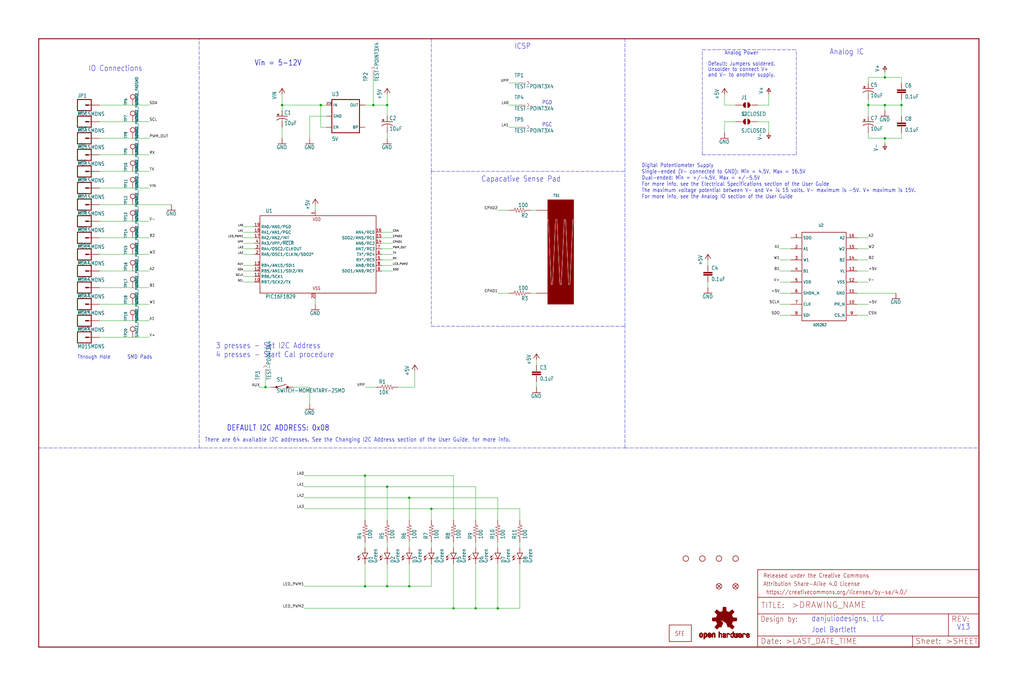
<source format=kicad_sch>
(kicad_sch (version 20211123) (generator eeschema)
  (paper "User" 470.306 317.906)
  (lib_symbols
    (symbol "eagleSchem-eagle-import:+5V" (power)
      (property "Value" "+5V" (at -2.54 -5.08 90))
      (symbol "+5V_1_0"
        (pin power_in line (at 0 -2.54 90) (length 2.54) (name "+5V") (number "1"))
      )
    )
    (symbol "eagleSchem-eagle-import:0.1UF-25V(+80{slash}-20%)(0603)"
      (property "Reference" "C" (at 1.524 2.921 0))
      (property "Value" "0.1UF-25V(+80{slash}-20%)(0603)" (at 1.524 -2.159 0))
      (symbol "0.1UF-25V(+80{slash}-20%)(0603)_1_0"
        (pin passive line (at 0 5.08 270) (length 2.54) (name "1") (number "1"))
        (pin passive line (at 0 -2.54 90) (length 2.54) (name "2") (number "2"))
      )
    )
    (symbol "eagleSchem-eagle-import:100OHM-1{slash}10W-1%(0603)"
      (property "Reference" "R" (at -3.81 1.4986 0))
      (property "Value" "100OHM-1{slash}10W-1%(0603)" (at -3.81 -3.302 0))
      (symbol "100OHM-1{slash}10W-1%(0603)_1_0"
        (pin passive line (at -5.08 0 0) (length 2.54) (name "1") (number "1"))
        (pin passive line (at 5.08 0 180) (length 2.54) (name "2") (number "2"))
      )
    )
    (symbol "eagleSchem-eagle-import:10KOHM-1{slash}10W-1%(0603)0603"
      (property "Reference" "R" (at -3.81 1.4986 0))
      (property "Value" "10KOHM-1{slash}10W-1%(0603)0603" (at -3.81 -3.302 0))
      (symbol "10KOHM-1{slash}10W-1%(0603)0603_1_0"
        (pin passive line (at -5.08 0 0) (length 2.54) (name "1") (number "1"))
        (pin passive line (at 5.08 0 180) (length 2.54) (name "2") (number "2"))
      )
    )
    (symbol "eagleSchem-eagle-import:10UF-16V-10%(TANT)"
      (property "Reference" "C" (at 1.016 0.635 0))
      (property "Value" "10UF-16V-10%(TANT)" (at 1.016 -4.191 0))
      (symbol "10UF-16V-10%(TANT)_1_0"
        (pin passive line (at 0 2.54 270) (length 2.54) (name "+") (number "A"))
        (pin passive line (at 0 -5.08 90) (length 2.54) (name "-") (number "C"))
      )
    )
    (symbol "eagleSchem-eagle-import:2CH_LINEAR_TOUCH"
      (property "Reference" "TS" (at 2.6 49.2 0))
      (symbol "2CH_LINEAR_TOUCH_1_0"
        (pin bidirectional line (at -5.08 5.08 0) (length 5.08) (name "P$1") (number "P$1"))
        (pin bidirectional line (at -5.08 43.18 0) (length 5.08) (name "P$2") (number "P$2"))
      )
    )
    (symbol "eagleSchem-eagle-import:AD5262"
      (property "Value" "AD5262" (at -5.08 -22.86 0))
      (symbol "AD5262_1_0"
        (pin output line (at -15.24 17.78 0) (length 5.08) (name "SDO") (number "1"))
        (pin input line (at 15.24 -12.7 180) (length 5.08) (name "PR_N") (number "10"))
        (pin power_in line (at 15.24 -7.62 180) (length 5.08) (name "GND") (number "11"))
        (pin power_in line (at 15.24 -2.54 180) (length 5.08) (name "VSS") (number "12"))
        (pin power_in line (at 15.24 2.54 180) (length 5.08) (name "VL") (number "13"))
        (pin passive line (at 15.24 7.62 180) (length 5.08) (name "B2") (number "14"))
        (pin passive line (at 15.24 12.7 180) (length 5.08) (name "W2") (number "15"))
        (pin passive line (at 15.24 17.78 180) (length 5.08) (name "A2") (number "16"))
        (pin passive line (at -15.24 12.7 0) (length 5.08) (name "A1") (number "2"))
        (pin passive line (at -15.24 7.62 0) (length 5.08) (name "W1") (number "3"))
        (pin passive line (at -15.24 2.54 0) (length 5.08) (name "B1") (number "4"))
        (pin power_in line (at -15.24 -2.54 0) (length 5.08) (name "VDD") (number "5"))
        (pin input line (at -15.24 -7.62 0) (length 5.08) (name "SHDN_N") (number "6"))
        (pin input line (at -15.24 -12.7 0) (length 5.08) (name "CLK") (number "7"))
        (pin input line (at -15.24 -17.78 0) (length 5.08) (name "SDI") (number "8"))
        (pin input line (at 15.24 -17.78 180) (length 5.08) (name "CS_N") (number "9"))
      )
    )
    (symbol "eagleSchem-eagle-import:FIDUCIAL1X2")
    (symbol "eagleSchem-eagle-import:FRAME-LEDGER"
      (symbol "FRAME-LEDGER_2_0"
        (text " https://creativecommons.org/licenses/by-sa/4.0/" (at 2.54 24.13 0) (effects (font (size 1.9304 1.6408)) (justify left bottom)))
        (text ">DRAWING_NAME" (at 15.494 17.78 0) (effects (font (size 2.7432 2.7432)) (justify left bottom)))
        (text ">LAST_DATE_TIME" (at 12.7 1.27 0) (effects (font (size 2.54 2.54)) (justify left bottom)))
        (text ">SHEET" (at 86.36 1.27 0) (effects (font (size 2.54 2.54)) (justify left bottom)))
        (text "Attribution Share-Alike 4.0 License" (at 2.54 27.94 0) (effects (font (size 1.9304 1.6408)) (justify left bottom)))
        (text "Date:" (at 1.27 1.27 0) (effects (font (size 2.54 2.54)) (justify left bottom)))
        (text "Design by:" (at 1.27 11.43 0) (effects (font (size 2.54 2.159)) (justify left bottom)))
        (text "Released under the Creative Commons" (at 2.54 31.75 0) (effects (font (size 1.9304 1.6408)) (justify left bottom)))
        (text "REV:" (at 88.9 11.43 0) (effects (font (size 2.54 2.54)) (justify left bottom)))
        (text "Sheet:" (at 72.39 1.27 0) (effects (font (size 2.54 2.54)) (justify left bottom)))
        (text "TITLE:" (at 1.524 17.78 0) (effects (font (size 2.54 2.54)) (justify left bottom)))
      )
    )
    (symbol "eagleSchem-eagle-import:GND" (power)
      (property "Value" "GND" (at -2.54 -2.54 0))
      (symbol "GND_1_0"
        (pin power_in line (at 0 2.54 270) (length 2.54) (name "GND") (number "1"))
      )
    )
    (symbol "eagleSchem-eagle-import:LED-GREEN1206-BOTTOM"
      (property "Reference" "D" (at 3.556 -4.572 90))
      (property "Value" "LED-GREEN1206-BOTTOM" (at 5.715 -4.572 90))
      (symbol "LED-GREEN1206-BOTTOM_1_0"
        (pin passive line (at 0 2.54 270) (length 2.54) (name "A") (number "A"))
        (pin passive line (at 0 -5.08 90) (length 2.54) (name "C") (number "C"))
      )
    )
    (symbol "eagleSchem-eagle-import:M01SMDNS"
      (property "Reference" "JP" (at -2.54 3.302 0))
      (property "Value" "M01SMDNS" (at -2.54 -5.08 0))
      (symbol "M01SMDNS_1_0"
        (pin passive line (at 7.62 0 180) (length 5.08) (name "1") (number "1"))
      )
    )
    (symbol "eagleSchem-eagle-import:OSHW-LOGOM")
    (symbol "eagleSchem-eagle-import:PIC16F1829"
      (property "Value" "PIC16F1829" (at -22.86 -17.78 0))
      (symbol "PIC16F1829_1_0"
        (text "VDD" (at -1.27 17.78 0) (effects (font (size 1.524 1.2954)) (justify left bottom)))
        (text "VSS" (at -1.27 -13.97 0) (effects (font (size 1.524 1.2954)) (justify left bottom)))
        (pin power_in line (at 0 22.86 270) (length 2.54) (name "VDD") (number "1"))
        (pin bidirectional line (at -27.94 -10.16 0) (length 2.54) (name "RB7/SCK2/TX") (number "10"))
        (pin bidirectional line (at -27.94 -7.62 0) (length 2.54) (name "RB6/SCK1") (number "11"))
        (pin bidirectional line (at -27.94 -5.08 0) (length 2.54) (name "RB5/AN11/SDI2/RX") (number "12"))
        (pin bidirectional line (at -27.94 -2.54 0) (length 2.54) (name "RB4/AN10/SDI1") (number "13"))
        (pin bidirectional line (at 30.48 7.62 180) (length 2.54) (name "AN6/RC2") (number "14"))
        (pin bidirectional line (at 30.48 10.16 180) (length 2.54) (name "SDO2/AN5/RC1") (number "15"))
        (pin bidirectional line (at 30.48 12.7 180) (length 2.54) (name "AN4/RC0") (number "16"))
        (pin bidirectional line (at -27.94 10.16 0) (length 2.54) (name "RA2/AN2/INT") (number "17"))
        (pin bidirectional line (at -27.94 12.7 0) (length 2.54) (name "RA1/AN1/PGC") (number "18"))
        (pin bidirectional line (at -27.94 15.24 0) (length 2.54) (name "RA0/AN0/PGD") (number "19"))
        (pin bidirectional line (at -27.94 2.54 0) (length 2.54) (name "RA5/OSC1/CLKIN/SDO2*") (number "2"))
        (pin power_in line (at 0 -17.78 90) (length 2.54) (name "VSS") (number "20"))
        (pin bidirectional line (at -27.94 5.08 0) (length 2.54) (name "RA4/OSC2/CLKOUT") (number "3"))
        (pin input line (at -27.94 7.62 0) (length 2.54) (name "RA3/VPP/~{MCLR}") (number "4"))
        (pin bidirectional line (at 30.48 0 180) (length 2.54) (name "RX*/RC5") (number "5"))
        (pin bidirectional line (at 30.48 2.54 180) (length 2.54) (name "TX*/RC4") (number "6"))
        (pin bidirectional line (at 30.48 5.08 180) (length 2.54) (name "AN7/RC3") (number "7"))
        (pin bidirectional line (at 30.48 -2.54 180) (length 2.54) (name "AN8/RC6") (number "8"))
        (pin bidirectional line (at 30.48 -5.08 180) (length 2.54) (name "SDO1/AN9/RC7") (number "9"))
      )
    )
    (symbol "eagleSchem-eagle-import:SFE_LOGO_NAME_WEB"
      (symbol "SFE_LOGO_NAME_WEB_1_0"
        (text "SFE" (at 0 0 0) (effects (font (size 1.9304 1.6408)) (justify left bottom)))
      )
    )
    (symbol "eagleSchem-eagle-import:SINGLE_PADSMD"
      (property "Reference" "CON" (at -2.54 2.54 0))
      (property "Value" "SINGLE_PADSMD" (at -2.54 -2.54 0))
      (symbol "SINGLE_PADSMD_1_0"
        (pin passive line (at -2.54 0 0) (length 2.54) (name "P$1") (number "P$1"))
      )
    )
    (symbol "eagleSchem-eagle-import:SJCLOSED"
      (property "Reference" "J" (at -2.54 2.54 0))
      (property "Value" "SJCLOSED" (at -2.54 -5.08 0))
      (symbol "SJCLOSED_1_0"
        (pin passive line (at -5.08 0 0) (length 2.54) (name "1") (number "1"))
        (pin passive line (at 5.08 0 180) (length 2.54) (name "2") (number "2"))
      )
    )
    (symbol "eagleSchem-eagle-import:STAND-OFFTIGHT")
    (symbol "eagleSchem-eagle-import:SWITCH-MOMENTARY-2SMD"
      (property "Reference" "S" (at -2.54 2.54 0))
      (property "Value" "SWITCH-MOMENTARY-2SMD" (at -2.54 -2.54 0))
      (symbol "SWITCH-MOMENTARY-2SMD_1_0"
        (pin passive line (at -5.08 0 0) (length 2.54) (name "1") (number "1"))
        (pin passive line (at 5.08 0 180) (length 2.54) (name "2") (number "3"))
      )
    )
    (symbol "eagleSchem-eagle-import:TEST-POINT3X4"
      (property "Reference" "TP" (at -2.54 2.54 0))
      (property "Value" "TEST-POINT3X4" (at -2.54 -2.54 0))
      (symbol "TEST-POINT3X4_1_0"
        (pin bidirectional line (at 0 0 180) (length 0) (name "1") (number "P$1"))
      )
    )
    (symbol "eagleSchem-eagle-import:V+" (power)
      (property "Value" "V+" (at -2.54 -2.54 90))
      (symbol "V+_1_0"
        (pin power_in line (at 0 -2.54 90) (length 2.54) (name "V+") (number "1"))
      )
    )
    (symbol "eagleSchem-eagle-import:V-" (power)
      (property "Value" "V-" (at -5.08 2.54 90))
      (symbol "V-_1_0"
        (pin power_in line (at 0 2.54 270) (length 2.54) (name "V-") (number "1"))
      )
    )
    (symbol "eagleSchem-eagle-import:V_REG_MIC52055V"
      (property "Value" "V_REG_MIC52055V" (at -7.62 -11.43 0))
      (symbol "V_REG_MIC52055V_1_0"
        (pin input line (at -10.16 5.08 0) (length 2.54) (name "IN") (number "1"))
        (pin input line (at -10.16 0 0) (length 2.54) (name "GND") (number "2"))
        (pin input line (at -10.16 -5.08 0) (length 2.54) (name "EN") (number "3"))
        (pin input line (at 7.62 -5.08 180) (length 2.54) (name "BP") (number "4"))
        (pin passive line (at 7.62 5.08 180) (length 2.54) (name "OUT") (number "5"))
      )
    )
  )
  (junction (at 121.92 177.8))
  (junction (at 218.44 279.4))
  (junction (at 129.54 48.26))
  (junction (at 171.45 48.26))
  (junction (at 406.4 35.56))
  (junction (at 414.02 48.26))
  (junction (at 228.6 279.4))
  (junction (at 177.8 269.24))
  (junction (at 406.4 48.26))
  (junction (at 147.32 48.26))
  (junction (at 177.8 223.52))
  (junction (at 406.4 63.5))
  (junction (at 187.96 228.6))
  (junction (at 398.78 48.26))
  (junction (at 177.8 48.26))
  (junction (at 167.64 269.24))
  (junction (at 198.12 233.68))
  (junction (at 208.28 279.4))
  (junction (at 167.64 218.44))
  (junction (at 187.96 269.24))
  (wire (pts (xy 414.02 48.26) (xy 414.02 53.34)))
  (wire (pts (xy 228.6 248.92) (xy 228.6 251.46)))
  (wire (pts (xy 111.76 124.46) (xy 116.84 124.46)))
  (wire (pts (xy 393.7 124.46) (xy 398.78 124.46)))
  (wire (pts (xy 198.12 269.24) (xy 198.12 259.08)))
  (wire (pts (xy 243.84 134.62) (xy 246.38 134.62)))
  (wire (pts (xy 406.4 48.26) (xy 406.4 50.8)))
  (wire (pts (xy 393.7 109.22) (xy 398.78 109.22)))
  (wire (pts (xy 218.44 248.92) (xy 218.44 251.46)))
  (wire (pts (xy 175.26 109.22) (xy 180.34 109.22)))
  (wire (pts (xy 325.12 129.54) (xy 325.12 132.08)))
  (wire (pts (xy 332.74 55.88) (xy 332.74 60.96)))
  (wire (pts (xy 167.64 218.44) (xy 167.64 238.76)))
  (wire (pts (xy 187.96 228.6) (xy 228.6 228.6)))
  (wire (pts (xy 208.28 259.08) (xy 208.28 279.4)))
  (wire (pts (xy 177.8 43.18) (xy 177.8 48.26)))
  (wire (pts (xy 358.14 114.3) (xy 363.22 114.3)))
  (polyline (pts (xy 365.76 71.12) (xy 365.76 22.86)))
  (wire (pts (xy 142.24 53.34) (xy 142.24 63.5)))
  (wire (pts (xy 233.68 38.1) (xy 238.76 38.1)))
  (wire (pts (xy 111.76 127) (xy 116.84 127)))
  (wire (pts (xy 60.96 124.46) (xy 68.58 124.46)))
  (wire (pts (xy 353.06 55.88) (xy 353.06 60.96)))
  (wire (pts (xy 198.12 233.68) (xy 198.12 238.76)))
  (wire (pts (xy 60.96 93.98) (xy 78.74 93.98)))
  (wire (pts (xy 238.76 279.4) (xy 238.76 259.08)))
  (wire (pts (xy 167.64 248.92) (xy 167.64 251.46)))
  (wire (pts (xy 60.96 139.7) (xy 68.58 139.7)))
  (wire (pts (xy 177.8 60.96) (xy 177.8 63.5)))
  (wire (pts (xy 347.98 48.26) (xy 353.06 48.26)))
  (polyline (pts (xy 91.44 205.74) (xy 91.44 17.78)))
  (wire (pts (xy 149.86 58.42) (xy 147.32 58.42)))
  (wire (pts (xy 45.72 101.6) (xy 60.96 101.6)))
  (wire (pts (xy 116.84 106.68) (xy 111.76 106.68)))
  (polyline (pts (xy 198.12 149.86) (xy 287.02 149.86)))
  (wire (pts (xy 347.98 55.88) (xy 353.06 55.88)))
  (wire (pts (xy 139.7 269.24) (xy 167.64 269.24)))
  (wire (pts (xy 121.92 172.085) (xy 121.92 177.8)))
  (wire (pts (xy 218.44 259.08) (xy 218.44 279.4)))
  (wire (pts (xy 144.78 93.98) (xy 144.78 96.52)))
  (wire (pts (xy 198.12 248.92) (xy 198.12 251.46)))
  (wire (pts (xy 45.72 109.22) (xy 60.96 109.22)))
  (wire (pts (xy 171.45 48.26) (xy 167.64 48.26)))
  (wire (pts (xy 187.96 269.24) (xy 198.12 269.24)))
  (polyline (pts (xy 198.12 78.74) (xy 198.12 149.86)))
  (wire (pts (xy 60.96 116.84) (xy 68.58 116.84)))
  (polyline (pts (xy 198.12 17.78) (xy 198.12 78.74)))
  (wire (pts (xy 139.7 233.68) (xy 198.12 233.68)))
  (wire (pts (xy 60.96 109.22) (xy 68.58 109.22)))
  (wire (pts (xy 246.38 165.1) (xy 246.38 167.64)))
  (wire (pts (xy 139.7 228.6) (xy 187.96 228.6)))
  (wire (pts (xy 218.44 223.52) (xy 218.44 238.76)))
  (wire (pts (xy 182.88 177.8) (xy 190.5 177.8)))
  (wire (pts (xy 175.26 119.38) (xy 180.34 119.38)))
  (wire (pts (xy 190.5 177.8) (xy 190.5 170.18)))
  (wire (pts (xy 134.62 177.8) (xy 142.24 177.8)))
  (wire (pts (xy 45.72 124.46) (xy 60.96 124.46)))
  (wire (pts (xy 398.78 48.26) (xy 406.4 48.26)))
  (wire (pts (xy 167.64 269.24) (xy 177.8 269.24)))
  (wire (pts (xy 406.4 63.5) (xy 406.4 66.04)))
  (wire (pts (xy 325.12 119.38) (xy 325.12 121.92)))
  (wire (pts (xy 175.26 111.76) (xy 180.34 111.76)))
  (wire (pts (xy 139.7 223.52) (xy 177.8 223.52)))
  (wire (pts (xy 187.96 228.6) (xy 187.96 238.76)))
  (wire (pts (xy 208.28 248.92) (xy 208.28 251.46)))
  (wire (pts (xy 60.96 48.26) (xy 68.58 48.26)))
  (wire (pts (xy 45.72 86.36) (xy 60.96 86.36)))
  (wire (pts (xy 208.28 218.44) (xy 208.28 238.76)))
  (wire (pts (xy 60.96 71.12) (xy 68.58 71.12)))
  (wire (pts (xy 393.7 144.78) (xy 398.78 144.78)))
  (wire (pts (xy 121.92 177.8) (xy 124.46 177.8)))
  (wire (pts (xy 177.8 223.52) (xy 177.8 238.76)))
  (wire (pts (xy 358.14 129.54) (xy 363.22 129.54)))
  (wire (pts (xy 175.26 116.84) (xy 180.34 116.84)))
  (wire (pts (xy 118.745 177.8) (xy 121.92 177.8)))
  (wire (pts (xy 228.6 259.08) (xy 228.6 279.4)))
  (wire (pts (xy 398.78 63.5) (xy 406.4 63.5)))
  (wire (pts (xy 167.64 259.08) (xy 167.64 269.24)))
  (wire (pts (xy 60.96 78.74) (xy 68.58 78.74)))
  (wire (pts (xy 139.7 279.4) (xy 208.28 279.4)))
  (polyline (pts (xy 287.02 205.74) (xy 287.02 149.86)))
  (wire (pts (xy 60.96 55.88) (xy 68.58 55.88)))
  (wire (pts (xy 187.96 259.08) (xy 187.96 269.24)))
  (wire (pts (xy 149.86 53.34) (xy 142.24 53.34)))
  (wire (pts (xy 228.6 96.52) (xy 233.68 96.52)))
  (wire (pts (xy 353.06 48.26) (xy 353.06 43.18)))
  (wire (pts (xy 175.26 124.46) (xy 180.34 124.46)))
  (wire (pts (xy 60.96 154.94) (xy 68.58 154.94)))
  (wire (pts (xy 177.8 248.92) (xy 177.8 251.46)))
  (wire (pts (xy 406.4 35.56) (xy 414.02 35.56)))
  (wire (pts (xy 393.7 139.7) (xy 398.78 139.7)))
  (wire (pts (xy 116.84 114.3) (xy 111.76 114.3)))
  (wire (pts (xy 175.26 114.3) (xy 180.34 114.3)))
  (wire (pts (xy 111.76 109.22) (xy 116.84 109.22)))
  (wire (pts (xy 393.7 129.54) (xy 398.78 129.54)))
  (wire (pts (xy 177.8 48.26) (xy 171.45 48.26)))
  (wire (pts (xy 60.96 147.32) (xy 68.58 147.32)))
  (polyline (pts (xy 198.12 78.74) (xy 287.02 78.74)))
  (wire (pts (xy 142.24 177.8) (xy 142.24 185.42)))
  (wire (pts (xy 111.76 129.54) (xy 116.84 129.54)))
  (wire (pts (xy 398.78 48.26) (xy 398.78 53.34)))
  (wire (pts (xy 238.76 233.68) (xy 238.76 238.76)))
  (wire (pts (xy 187.96 248.92) (xy 187.96 251.46)))
  (wire (pts (xy 116.84 104.14) (xy 111.76 104.14)))
  (wire (pts (xy 406.4 63.5) (xy 414.02 63.5)))
  (polyline (pts (xy 287.02 149.86) (xy 287.02 78.74)))
  (wire (pts (xy 246.38 175.26) (xy 246.38 177.8)))
  (wire (pts (xy 177.8 48.26) (xy 177.8 53.34)))
  (wire (pts (xy 45.72 147.32) (xy 60.96 147.32)))
  (wire (pts (xy 177.8 223.52) (xy 218.44 223.52)))
  (wire (pts (xy 144.78 137.16) (xy 144.78 139.7)))
  (polyline (pts (xy 17.78 205.74) (xy 91.44 205.74)))
  (wire (pts (xy 149.86 48.26) (xy 147.32 48.26)))
  (wire (pts (xy 111.76 121.92) (xy 116.84 121.92)))
  (wire (pts (xy 116.84 116.84) (xy 111.76 116.84)))
  (polyline (pts (xy 287.02 205.74) (xy 449.58 205.74)))
  (wire (pts (xy 358.14 119.38) (xy 363.22 119.38)))
  (wire (pts (xy 177.8 259.08) (xy 177.8 269.24)))
  (wire (pts (xy 198.12 233.68) (xy 238.76 233.68)))
  (wire (pts (xy 45.72 63.5) (xy 60.96 63.5)))
  (wire (pts (xy 393.7 119.38) (xy 398.78 119.38)))
  (wire (pts (xy 228.6 279.4) (xy 238.76 279.4)))
  (wire (pts (xy 414.02 35.56) (xy 414.02 38.1)))
  (wire (pts (xy 129.54 48.26) (xy 129.54 50.8)))
  (wire (pts (xy 45.72 154.94) (xy 60.96 154.94)))
  (wire (pts (xy 398.78 38.1) (xy 398.78 35.56)))
  (wire (pts (xy 177.8 269.24) (xy 187.96 269.24)))
  (wire (pts (xy 60.96 86.36) (xy 68.58 86.36)))
  (polyline (pts (xy 322.58 22.86) (xy 365.76 22.86)))
  (wire (pts (xy 228.6 228.6) (xy 228.6 238.76)))
  (wire (pts (xy 139.7 218.44) (xy 167.64 218.44)))
  (wire (pts (xy 60.96 132.08) (xy 68.58 132.08)))
  (wire (pts (xy 45.72 48.26) (xy 60.96 48.26)))
  (wire (pts (xy 175.26 106.68) (xy 180.34 106.68)))
  (wire (pts (xy 45.72 55.88) (xy 60.96 55.88)))
  (wire (pts (xy 45.72 93.98) (xy 60.96 93.98)))
  (wire (pts (xy 147.32 58.42) (xy 147.32 48.26)))
  (wire (pts (xy 398.78 35.56) (xy 406.4 35.56)))
  (wire (pts (xy 228.6 134.62) (xy 233.68 134.62)))
  (wire (pts (xy 45.72 139.7) (xy 60.96 139.7)))
  (wire (pts (xy 171.45 34.925) (xy 171.45 48.26)))
  (wire (pts (xy 337.82 55.88) (xy 332.74 55.88)))
  (wire (pts (xy 45.72 132.08) (xy 60.96 132.08)))
  (wire (pts (xy 45.72 78.74) (xy 60.96 78.74)))
  (wire (pts (xy 414.02 45.72) (xy 414.02 48.26)))
  (wire (pts (xy 358.14 134.62) (xy 363.22 134.62)))
  (wire (pts (xy 129.54 58.42) (xy 129.54 63.5)))
  (polyline (pts (xy 287.02 78.74) (xy 287.02 17.78)))
  (wire (pts (xy 393.7 134.62) (xy 411.48 134.62)))
  (wire (pts (xy 147.32 48.26) (xy 129.54 48.26)))
  (wire (pts (xy 393.7 114.3) (xy 398.78 114.3)))
  (polyline (pts (xy 322.58 71.12) (xy 365.76 71.12)))
  (wire (pts (xy 337.82 48.26) (xy 332.74 48.26)))
  (wire (pts (xy 175.26 121.92) (xy 180.34 121.92)))
  (wire (pts (xy 358.14 124.46) (xy 363.22 124.46)))
  (wire (pts (xy 358.14 144.78) (xy 363.22 144.78)))
  (wire (pts (xy 406.4 48.26) (xy 414.02 48.26)))
  (wire (pts (xy 60.96 101.6) (xy 68.58 101.6)))
  (polyline (pts (xy 91.44 205.74) (xy 287.02 205.74)))
  (wire (pts (xy 45.72 71.12) (xy 60.96 71.12)))
  (wire (pts (xy 167.64 218.44) (xy 208.28 218.44)))
  (wire (pts (xy 60.96 63.5) (xy 68.58 63.5)))
  (wire (pts (xy 398.78 45.72) (xy 398.78 48.26)))
  (wire (pts (xy 398.78 60.96) (xy 398.78 63.5)))
  (wire (pts (xy 233.68 48.26) (xy 238.76 48.26)))
  (wire (pts (xy 332.74 48.26) (xy 332.74 43.18)))
  (wire (pts (xy 218.44 279.4) (xy 228.6 279.4)))
  (wire (pts (xy 406.4 35.56) (xy 406.4 33.02)))
  (polyline (pts (xy 322.58 71.12) (xy 322.58 22.86)))
  (wire (pts (xy 233.68 58.42) (xy 238.76 58.42)))
  (wire (pts (xy 238.76 248.92) (xy 238.76 251.46)))
  (wire (pts (xy 358.14 139.7) (xy 363.22 139.7)))
  (wire (pts (xy 414.02 63.5) (xy 414.02 60.96)))
  (wire (pts (xy 129.54 48.26) (xy 129.54 43.18)))
  (wire (pts (xy 111.76 111.76) (xy 116.84 111.76)))
  (wire (pts (xy 45.72 116.84) (xy 60.96 116.84)))
  (wire (pts (xy 208.28 279.4) (xy 218.44 279.4)))
  (wire (pts (xy 243.84 96.52) (xy 246.38 96.52)))
  (wire (pts (xy 172.72 177.8) (xy 167.64 177.8)))
  (text "Analog IC" (at 381 25.4 180) (effects (font (size 2.54 2.159)) (justify left bottom)))
  (text "DEFAULT I2C ADDRESS: 0x08" (at 104.14 198.12 180) (effects (font (size 2.54 2.159)) (justify left bottom)))
  (text "Analog Power" (at 332.74 25.4 180) (effects (font (size 1.778 1.5113)) (justify left bottom)))
  (text "Vin = 5-12V" (at 116.84 30.48 180) (effects (font (size 2.54 2.159)) (justify left bottom)))
  (text "There are 64 available I2C addresses. See the Changing I2C Address section of the User Guide, for more info." (at 93.98 203.2 0) (effects (font (size 1.9304 1.6408)) (justify left bottom)))
  (text "ICSP" (at 236.22 22.86 180) (effects (font (size 2.54 2.159)) (justify left bottom)))
  (text "Capacative Sense Pad" (at 220.98 83.82 180) (effects (font (size 2.54 2.159)) (justify left bottom)))
  (text "PGD" (at 248.92 48.26 180) (effects (font (size 1.778 1.5113)) (justify left bottom)))
  (text "V13" (at 439.42 289.56 180) (effects (font (size 2.54 2.159)) (justify left bottom)))
  (text "danjuliodesigns, LLC" (at 372.618 285.75 180) (effects (font (size 2.54 2.159)) (justify left bottom)))
  (text "Default: Jumpers soldered." (at 325.12 30.48 180) (effects (font (size 1.778 1.5113)) (justify left bottom)))
  (text "PGC" (at 248.92 58.42 180) (effects (font (size 1.778 1.5113)) (justify left bottom)))
  (text "DEFAULT I2C ADDRESS: 0x08" (at 104.14 198.12 180) (effects (font (size 2.54 2.159)) (justify left bottom)))
  (text "Unsolder to connect V+" (at 325.12 33.02 180) (effects (font (size 1.778 1.5113)) (justify left bottom)))
  (text "SMD Pads" (at 58.42 165.1 180) (effects (font (size 1.778 1.5113)) (justify left bottom)))
  (text "Digital Potentiometer Supply\nSingle-ended (V- connected to GND): Min = 4.5V, Max = 16.5V\nDual-ended: Min = +/-4.5V, Max = +/-5.5V\nFor more info, see the Electrical Specifications section of the User Guide\nThe maximum voltage potential between V- and V+ is 15 volts. V- maximum is -5V. V+ maximum is 15V.\nFor more info, see the Analog IO section of the User Guide" (at 294.64 91.44 0) (effects (font (size 1.778 1.5113)) (justify left bottom)))
  (text "and V- to another supply." (at 325.12 35.56 180) (effects (font (size 1.778 1.5113)) (justify left bottom)))
  (text "3 presses - Set I2C Address\n4 presses - Start Cal procedure" (at 99.06 164.465 0) (effects (font (size 2.54 2.159)) (justify left bottom)))
  (text "Vin = 5-12V" (at 116.84 30.48 180) (effects (font (size 2.54 2.159)) (justify left bottom)))
  (text "Joel Bartlett" (at 372.618 290.83 180) (effects (font (size 2.54 2.159)) (justify left bottom)))
  (text "IO Connections" (at 40.64 33.02 180) (effects (font (size 2.54 2.159)) (justify left bottom)))
  (text "Through Hole" (at 35.56 165.1 180) (effects (font (size 1.778 1.5113)) (justify left bottom)))
  (label "AUX" (at 111.76 121.92 180) (effects (font (size 0.889 0.889))))
  (label "LA1" (at 111.76 106.68 180) (effects (font (size 0.889 0.889))))
  (label "SDA" (at 68.58 48.26 0) (effects (font (size 1.2446 1.2446))))
  (label "CSN" (at 180.34 106.68 0) (effects (font (size 0.889 0.889))))
  (label "RX" (at 180.34 119.38 0) (effects (font (size 0.889 0.889))))
  (label "LA0" (at 233.68 48.26 180) (effects (font (size 1.2446 1.2446))))
  (label "LED_PWM2" (at 180.34 121.92 0) (effects (font (size 0.889 0.889))))
  (label "CPAD1" (at 180.34 111.76 0) (effects (font (size 0.889 0.889))))
  (label "PWM_OUT" (at 180.34 114.3 0) (effects (font (size 0.889 0.889))))
  (label "A2" (at 68.58 124.46 0) (effects (font (size 1.2446 1.2446))))
  (label "SCL" (at 68.58 55.88 0) (effects (font (size 1.2446 1.2446))))
  (label "V-" (at 68.58 101.6 0) (effects (font (size 1.2446 1.2446))))
  (label "W1" (at 358.14 119.38 180) (effects (font (size 1.2446 1.2446))))
  (label "LED_PWM2" (at 139.7 279.4 180) (effects (font (size 1.2446 1.2446))))
  (label "CPAD1" (at 228.6 134.62 180) (effects (font (size 1.2446 1.2446))))
  (label "+5V" (at 398.78 139.7 0) (effects (font (size 1.2446 1.2446))))
  (label "W2" (at 398.78 114.3 0) (effects (font (size 1.2446 1.2446))))
  (label "VPP" (at 233.68 38.1 180) (effects (font (size 1.2446 1.2446))))
  (label "CPAD2" (at 180.34 109.22 0) (effects (font (size 0.889 0.889))))
  (label "LA1" (at 139.7 223.52 180) (effects (font (size 1.2446 1.2446))))
  (label "TX" (at 68.58 78.74 0) (effects (font (size 1.2446 1.2446))))
  (label "SCL" (at 111.76 129.54 180) (effects (font (size 0.889 0.889))))
  (label "V-" (at 398.78 129.54 0) (effects (font (size 1.2446 1.2446))))
  (label "B2" (at 68.58 109.22 0) (effects (font (size 1.2446 1.2446))))
  (label "LED_PWM1" (at 139.7 269.24 180) (effects (font (size 1.2446 1.2446))))
  (label "W1" (at 68.58 139.7 0) (effects (font (size 1.2446 1.2446))))
  (label "LA2" (at 111.76 116.84 180) (effects (font (size 0.889 0.889))))
  (label "VPP" (at 111.76 111.76 180) (effects (font (size 0.889 0.889))))
  (label "V+" (at 358.14 129.54 180) (effects (font (size 1.2446 1.2446))))
  (label "CSN" (at 398.78 144.78 0) (effects (font (size 1.2446 1.2446))))
  (label "V+" (at 68.58 154.94 0) (effects (font (size 1.2446 1.2446))))
  (label "B2" (at 398.78 119.38 0) (effects (font (size 1.2446 1.2446))))
  (label "B1" (at 358.14 124.46 180) (effects (font (size 1.2446 1.2446))))
  (label "VIN" (at 68.58 86.36 0) (effects (font (size 1.2446 1.2446))))
  (label "W2" (at 68.58 116.84 0) (effects (font (size 1.2446 1.2446))))
  (label "SDO" (at 358.14 144.78 180) (effects (font (size 1.2446 1.2446))))
  (label "AUX" (at 119.38 177.8 180) (effects (font (size 1.2446 1.2446))))
  (label "LA1" (at 233.68 58.42 180) (effects (font (size 1.2446 1.2446))))
  (label "A1" (at 68.58 147.32 0) (effects (font (size 1.2446 1.2446))))
  (label "RX" (at 68.58 71.12 0) (effects (font (size 1.2446 1.2446))))
  (label "VIN" (at 149.86 48.26 0) (effects (font (size 1.016 1.016))))
  (label "CPAD2" (at 228.6 96.52 180) (effects (font (size 1.2446 1.2446))))
  (label "LA0" (at 139.7 218.44 180) (effects (font (size 1.2446 1.2446))))
  (label "LA2" (at 139.7 228.6 180) (effects (font (size 1.2446 1.2446))))
  (label "LA0" (at 111.76 104.14 180) (effects (font (size 0.889 0.889))))
  (label "PWM_OUT" (at 68.58 63.5 0) (effects (font (size 1.2446 1.2446))))
  (label "SDO" (at 180.34 124.46 0) (effects (font (size 0.889 0.889))))
  (label "TX" (at 180.34 116.84 0) (effects (font (size 0.889 0.889))))
  (label "+5V" (at 358.14 134.62 180) (effects (font (size 1.2446 1.2446))))
  (label "LA3" (at 111.76 114.3 180) (effects (font (size 0.889 0.889))))
  (label "SCLK" (at 358.14 139.7 180) (effects (font (size 1.2446 1.2446))))
  (label "+5V" (at 398.78 124.46 0) (effects (font (size 1.2446 1.2446))))
  (label "LA3" (at 139.7 233.68 180) (effects (font (size 1.2446 1.2446))))
  (label "A2" (at 398.78 109.22 0) (effects (font (size 1.2446 1.2446))))
  (label "B1" (at 68.58 132.08 0) (effects (font (size 1.2446 1.2446))))
  (label "LED_PWM1" (at 111.76 109.22 180) (effects (font (size 0.889 0.889))))
  (label "SDA" (at 111.76 124.46 180) (effects (font (size 0.889 0.889))))
  (label "SCLK" (at 111.76 127 180) (effects (font (size 0.889 0.889))))
  (label "VPP" (at 167.64 177.8 180) (effects (font (size 1.2446 1.2446))))
  (label "A1" (at 358.14 114.3 180) (effects (font (size 1.2446 1.2446))))
  (symbol (lib_id "eagleSchem-eagle-import:TEST-POINT3X4") (at 238.76 48.26 0) (unit 1)
    (property "Reference" "TP4" (at 236.22 45.72 0) (effects (font (size 1.778 1.5113)) (justify left bottom)))
    (property "Value" "TEST-POINT3X4" (at 236.22 50.8 0) (effects (font (size 1.778 1.5113)) (justify left bottom)))
    (property "Footprint" "eagleSchem:PAD.03X.04" (effects hide))
  )
  (symbol (lib_id "eagleSchem-eagle-import:M01SMDNS") (at 38.1 109.22 0) (unit 1)
    (property "Reference" "JP9" (at 35.56 105.918 0) (effects (font (size 1.778 1.5113)) (justify left bottom)))
    (property "Value" "M01SMDNS" (at 35.56 114.3 0) (effects (font (size 1.778 1.5113)) (justify left bottom)))
    (property "Footprint" "eagleSchem:1X01NS" (effects hide))
  )
  (symbol (lib_id "eagleSchem-eagle-import:100OHM-1{slash}10W-1%(0603)") (at 208.28 243.84 90) (unit 1)
    (property "Reference" "R8" (at 206.7814 247.65 0) (effects (font (size 1.778 1.5113)) (justify left bottom)))
    (property "Value" "100" (at 211.582 247.65 0) (effects (font (size 1.778 1.5113)) (justify left bottom)))
    (property "Footprint" "eagleSchem:0603-RES" (effects hide))
  )
  (symbol (lib_id "eagleSchem-eagle-import:FRAME-LEDGER") (at 17.78 297.18 0) (unit 1)
    (property "Reference" "FRAME3" (effects hide))
    (property "Value" "FRAME-LEDGER" (effects hide))
    (property "Footprint" "eagleSchem:CREATIVE_COMMONS" (effects hide))
  )
  (symbol (lib_id "eagleSchem-eagle-import:OSHW-LOGOM") (at 332.74 284.48 0) (unit 1)
    (property "Reference" "U$4" (effects hide))
    (property "Value" "OSHW-LOGOM" (effects hide))
    (property "Footprint" "eagleSchem:OSHW-LOGO-M" (effects hide))
  )
  (symbol (lib_id "eagleSchem-eagle-import:STAND-OFFTIGHT") (at 314.96 256.54 0) (unit 1)
    (property "Reference" "STANDOFF1" (effects hide))
    (property "Value" "STAND-OFFTIGHT" (effects hide))
    (property "Footprint" "eagleSchem:STAND-OFF-TIGHT" (effects hide))
  )
  (symbol (lib_id "eagleSchem-eagle-import:SINGLE_PADSMD") (at 60.96 106.68 90) (unit 1)
    (property "Reference" "TP14" (at 58.42 109.22 0) (effects (font (size 1.27 1.0795)) (justify left bottom)))
    (property "Value" "SINGLE_PADSMD" (at 63.5 109.22 0) (effects (font (size 1.27 1.0795)) (justify left bottom)))
    (property "Footprint" "eagleSchem:2MM_SMD_PAD" (effects hide))
  )
  (symbol (lib_id "eagleSchem-eagle-import:GND") (at 246.38 180.34 0) (unit 1)
    (property "Reference" "#GND4" (effects hide))
    (property "Value" "GND" (at 243.84 182.88 0) (effects (font (size 1.778 1.5113)) (justify left bottom)))
    (property "Footprint" "eagleSchem:" (effects hide))
  )
  (symbol (lib_id "eagleSchem-eagle-import:+5V") (at 325.12 116.84 0) (unit 1)
    (property "Reference" "#P+4" (effects hide))
    (property "Value" "+5V" (at 322.58 121.92 90) (effects (font (size 1.778 1.5113)) (justify left bottom)))
    (property "Footprint" "eagleSchem:" (effects hide))
  )
  (symbol (lib_id "eagleSchem-eagle-import:SINGLE_PADSMD") (at 60.96 76.2 90) (unit 1)
    (property "Reference" "TP10" (at 58.42 78.74 0) (effects (font (size 1.27 1.0795)) (justify left bottom)))
    (property "Value" "SINGLE_PADSMD" (at 63.5 78.74 0) (effects (font (size 1.27 1.0795)) (justify left bottom)))
    (property "Footprint" "eagleSchem:2MM_SMD_PAD" (effects hide))
  )
  (symbol (lib_id "eagleSchem-eagle-import:100OHM-1{slash}10W-1%(0603)") (at 167.64 243.84 90) (unit 1)
    (property "Reference" "R4" (at 166.1414 247.65 0) (effects (font (size 1.778 1.5113)) (justify left bottom)))
    (property "Value" "100" (at 170.942 247.65 0) (effects (font (size 1.778 1.5113)) (justify left bottom)))
    (property "Footprint" "eagleSchem:0603-RES" (effects hide))
  )
  (symbol (lib_id "eagleSchem-eagle-import:GND") (at 177.8 66.04 0) (unit 1)
    (property "Reference" "#GND2" (effects hide))
    (property "Value" "GND" (at 175.26 68.58 0) (effects (font (size 1.778 1.5113)) (justify left bottom)))
    (property "Footprint" "eagleSchem:" (effects hide))
  )
  (symbol (lib_id "eagleSchem-eagle-import:100OHM-1{slash}10W-1%(0603)") (at 177.8 243.84 90) (unit 1)
    (property "Reference" "R5" (at 176.3014 247.65 0) (effects (font (size 1.778 1.5113)) (justify left bottom)))
    (property "Value" "100" (at 181.102 247.65 0) (effects (font (size 1.778 1.5113)) (justify left bottom)))
    (property "Footprint" "eagleSchem:0603-RES" (effects hide))
  )
  (symbol (lib_id "eagleSchem-eagle-import:M01SMDNS") (at 38.1 101.6 0) (unit 1)
    (property "Reference" "JP8" (at 35.56 98.298 0) (effects (font (size 1.778 1.5113)) (justify left bottom)))
    (property "Value" "M01SMDNS" (at 35.56 106.68 0) (effects (font (size 1.778 1.5113)) (justify left bottom)))
    (property "Footprint" "eagleSchem:1X01NS" (effects hide))
  )
  (symbol (lib_id "eagleSchem-eagle-import:SINGLE_PADSMD") (at 60.96 99.06 90) (unit 1)
    (property "Reference" "TP13" (at 58.42 101.6 0) (effects (font (size 1.27 1.0795)) (justify left bottom)))
    (property "Value" "SINGLE_PADSMD" (at 63.5 101.6 0) (effects (font (size 1.27 1.0795)) (justify left bottom)))
    (property "Footprint" "eagleSchem:2MM_SMD_PAD" (effects hide))
  )
  (symbol (lib_id "eagleSchem-eagle-import:100OHM-1{slash}10W-1%(0603)") (at 198.12 243.84 90) (unit 1)
    (property "Reference" "R7" (at 196.6214 247.65 0) (effects (font (size 1.778 1.5113)) (justify left bottom)))
    (property "Value" "100" (at 201.422 247.65 0) (effects (font (size 1.778 1.5113)) (justify left bottom)))
    (property "Footprint" "eagleSchem:0603-RES" (effects hide))
  )
  (symbol (lib_id "eagleSchem-eagle-import:TEST-POINT3X4") (at 238.76 38.1 0) (unit 1)
    (property "Reference" "TP1" (at 236.22 35.56 0) (effects (font (size 1.778 1.5113)) (justify left bottom)))
    (property "Value" "TEST-POINT3X4" (at 236.22 40.64 0) (effects (font (size 1.778 1.5113)) (justify left bottom)))
    (property "Footprint" "eagleSchem:PAD.03X.04" (effects hide))
  )
  (symbol (lib_id "eagleSchem-eagle-import:AD5262") (at 378.46 127 0) (unit 1)
    (property "Reference" "U2" (at 375.92 104.14 0) (effects (font (size 1.27 1.0795)) (justify left bottom)))
    (property "Value" "AD5262" (at 373.38 149.86 0) (effects (font (size 1.27 1.0795)) (justify left bottom)))
    (property "Footprint" "eagleSchem:SSOP16" (effects hide))
  )
  (symbol (lib_id "eagleSchem-eagle-import:+5V") (at 246.38 162.56 0) (unit 1)
    (property "Reference" "#P+5" (effects hide))
    (property "Value" "+5V" (at 243.84 167.64 90) (effects (font (size 1.778 1.5113)) (justify left bottom)))
    (property "Footprint" "eagleSchem:" (effects hide))
  )
  (symbol (lib_id "eagleSchem-eagle-import:+5V") (at 332.74 40.64 0) (unit 1)
    (property "Reference" "#P+8" (effects hide))
    (property "Value" "+5V" (at 330.2 45.72 90) (effects (font (size 1.778 1.5113)) (justify left bottom)))
    (property "Footprint" "eagleSchem:" (effects hide))
  )
  (symbol (lib_id "eagleSchem-eagle-import:M01SMDNS") (at 38.1 71.12 0) (unit 1)
    (property "Reference" "JP4" (at 35.56 67.818 0) (effects (font (size 1.778 1.5113)) (justify left bottom)))
    (property "Value" "M01SMDNS" (at 35.56 76.2 0) (effects (font (size 1.778 1.5113)) (justify left bottom)))
    (property "Footprint" "eagleSchem:1X01NS" (effects hide))
  )
  (symbol (lib_id "eagleSchem-eagle-import:SINGLE_PADSMD") (at 60.96 45.72 90) (unit 1)
    (property "Reference" "TP6" (at 58.42 48.26 0) (effects (font (size 1.27 1.0795)) (justify left bottom)))
    (property "Value" "SINGLE_PADSMD" (at 63.5 48.26 0) (effects (font (size 1.27 1.0795)) (justify left bottom)))
    (property "Footprint" "eagleSchem:2MM_SMD_PAD" (effects hide))
  )
  (symbol (lib_id "eagleSchem-eagle-import:SINGLE_PADSMD") (at 60.96 152.4 90) (unit 1)
    (property "Reference" "TP20" (at 58.42 154.94 0) (effects (font (size 1.27 1.0795)) (justify left bottom)))
    (property "Value" "SINGLE_PADSMD" (at 63.5 154.94 0) (effects (font (size 1.27 1.0795)) (justify left bottom)))
    (property "Footprint" "eagleSchem:2MM_SMD_PAD" (effects hide))
  )
  (symbol (lib_id "eagleSchem-eagle-import:LED-GREEN1206-BOTTOM") (at 187.96 254 0) (unit 1)
    (property "Reference" "D3" (at 191.516 258.572 90) (effects (font (size 1.778 1.5113)) (justify left bottom)))
    (property "Value" "Green" (at 193.675 258.572 90) (effects (font (size 1.778 1.5113)) (justify left bottom)))
    (property "Footprint" "eagleSchem:LED-1206-BOTTOM" (effects hide))
  )
  (symbol (lib_id "eagleSchem-eagle-import:LED-GREEN1206-BOTTOM") (at 177.8 254 0) (unit 1)
    (property "Reference" "D2" (at 181.356 258.572 90) (effects (font (size 1.778 1.5113)) (justify left bottom)))
    (property "Value" "Green" (at 183.515 258.572 90) (effects (font (size 1.778 1.5113)) (justify left bottom)))
    (property "Footprint" "eagleSchem:LED-1206-BOTTOM" (effects hide))
  )
  (symbol (lib_id "eagleSchem-eagle-import:PIC16F1829") (at 144.78 119.38 0) (unit 1)
    (property "Reference" "U1" (at 121.92 97.79 0) (effects (font (size 1.778 1.5113)) (justify left bottom)))
    (property "Value" "PIC16F1829" (at 121.92 137.16 0) (effects (font (size 1.778 1.5113)) (justify left bottom)))
    (property "Footprint" "eagleSchem:SSOP20" (effects hide))
  )
  (symbol (lib_id "eagleSchem-eagle-import:SINGLE_PADSMD") (at 60.96 129.54 90) (unit 1)
    (property "Reference" "TP17" (at 58.42 132.08 0) (effects (font (size 1.27 1.0795)) (justify left bottom)))
    (property "Value" "SINGLE_PADSMD" (at 63.5 132.08 0) (effects (font (size 1.27 1.0795)) (justify left bottom)))
    (property "Footprint" "eagleSchem:2MM_SMD_PAD" (effects hide))
  )
  (symbol (lib_id "eagleSchem-eagle-import:0.1UF-25V(+80{slash}-20%)(0603)") (at 325.12 127 0) (unit 1)
    (property "Reference" "C4" (at 326.644 124.079 0) (effects (font (size 1.778 1.5113)) (justify left bottom)))
    (property "Value" "0.1uF" (at 326.644 129.159 0) (effects (font (size 1.778 1.5113)) (justify left bottom)))
    (property "Footprint" "eagleSchem:0603-CAP" (effects hide))
  )
  (symbol (lib_id "eagleSchem-eagle-import:V-") (at 406.4 68.58 0) (unit 1)
    (property "Reference" "#P-1" (effects hide))
    (property "Value" "V-" (at 401.32 66.04 90) (effects (font (size 1.778 1.5113)) (justify right top)))
    (property "Footprint" "eagleSchem:" (effects hide))
  )
  (symbol (lib_id "eagleSchem-eagle-import:FRAME-LEDGER") (at 347.98 297.18 0) (unit 2)
    (property "Reference" "FRAME3" (effects hide))
    (property "Value" "FRAME-LEDGER" (effects hide))
    (property "Footprint" "eagleSchem:CREATIVE_COMMONS" (effects hide))
  )
  (symbol (lib_id "eagleSchem-eagle-import:10UF-16V-10%(TANT)") (at 177.8 55.88 0) (unit 1)
    (property "Reference" "C2" (at 178.816 55.245 0) (effects (font (size 1.778 1.5113)) (justify left bottom)))
    (property "Value" "10uF" (at 178.816 60.071 0) (effects (font (size 1.778 1.5113)) (justify left bottom)))
    (property "Footprint" "eagleSchem:EIA3216" (effects hide))
  )
  (symbol (lib_id "eagleSchem-eagle-import:+5V") (at 190.5 167.64 0) (unit 1)
    (property "Reference" "#P+6" (effects hide))
    (property "Value" "+5V" (at 187.96 172.72 90) (effects (font (size 1.778 1.5113)) (justify left bottom)))
    (property "Footprint" "eagleSchem:" (effects hide))
  )
  (symbol (lib_id "eagleSchem-eagle-import:100OHM-1{slash}10W-1%(0603)") (at 218.44 243.84 90) (unit 1)
    (property "Reference" "R9" (at 216.9414 247.65 0) (effects (font (size 1.778 1.5113)) (justify left bottom)))
    (property "Value" "100" (at 221.742 247.65 0) (effects (font (size 1.778 1.5113)) (justify left bottom)))
    (property "Footprint" "eagleSchem:0603-RES" (effects hide))
  )
  (symbol (lib_id "eagleSchem-eagle-import:M01SMDNS") (at 38.1 48.26 0) (unit 1)
    (property "Reference" "JP1" (at 35.56 44.958 0) (effects (font (size 1.778 1.5113)) (justify left bottom)))
    (property "Value" "M01SMDNS" (at 35.56 53.34 0) (effects (font (size 1.778 1.5113)) (justify left bottom)))
    (property "Footprint" "eagleSchem:1X01NS" (effects hide))
  )
  (symbol (lib_id "eagleSchem-eagle-import:+5V") (at 129.54 40.64 0) (unit 1)
    (property "Reference" "#P+9" (effects hide))
    (property "Value" "VIN" (at 127 45.72 90) (effects (font (size 1.778 1.5113)) (justify left bottom)))
    (property "Footprint" "eagleSchem:" (effects hide))
  )
  (symbol (lib_id "eagleSchem-eagle-import:FIDUCIAL1X2") (at 337.82 269.24 0) (unit 1)
    (property "Reference" "FID1" (effects hide))
    (property "Value" "FIDUCIAL1X2" (effects hide))
    (property "Footprint" "eagleSchem:FIDUCIAL-1X2" (effects hide))
  )
  (symbol (lib_id "eagleSchem-eagle-import:V_REG_MIC52055V") (at 160.02 53.34 0) (unit 1)
    (property "Reference" "U3" (at 152.4 44.196 0) (effects (font (size 1.778 1.5113)) (justify left bottom)))
    (property "Value" "5V" (at 152.4 64.77 0) (effects (font (size 1.778 1.5113)) (justify left bottom)))
    (property "Footprint" "eagleSchem:SOT23-5" (effects hide))
  )
  (symbol (lib_id "eagleSchem-eagle-import:LED-GREEN1206-BOTTOM") (at 218.44 254 0) (unit 1)
    (property "Reference" "D6" (at 221.996 258.572 90) (effects (font (size 1.778 1.5113)) (justify left bottom)))
    (property "Value" "Green" (at 224.155 258.572 90) (effects (font (size 1.778 1.5113)) (justify left bottom)))
    (property "Footprint" "eagleSchem:LED-1206-BOTTOM" (effects hide))
  )
  (symbol (lib_id "eagleSchem-eagle-import:SINGLE_PADSMD") (at 60.96 114.3 90) (unit 1)
    (property "Reference" "TP15" (at 58.42 116.84 0) (effects (font (size 1.27 1.0795)) (justify left bottom)))
    (property "Value" "SINGLE_PADSMD" (at 63.5 116.84 0) (effects (font (size 1.27 1.0795)) (justify left bottom)))
    (property "Footprint" "eagleSchem:2MM_SMD_PAD" (effects hide))
  )
  (symbol (lib_id "eagleSchem-eagle-import:LED-GREEN1206-BOTTOM") (at 208.28 254 0) (unit 1)
    (property "Reference" "D5" (at 211.836 258.572 90) (effects (font (size 1.778 1.5113)) (justify left bottom)))
    (property "Value" "Green" (at 213.995 258.572 90) (effects (font (size 1.778 1.5113)) (justify left bottom)))
    (property "Footprint" "eagleSchem:LED-1206-BOTTOM" (effects hide))
  )
  (symbol (lib_id "eagleSchem-eagle-import:V-") (at 353.06 63.5 0) (unit 1)
    (property "Reference" "#P-2" (effects hide))
    (property "Value" "V-" (at 347.98 60.96 90) (effects (font (size 1.778 1.5113)) (justify right top)))
    (property "Footprint" "eagleSchem:" (effects hide))
  )
  (symbol (lib_id "eagleSchem-eagle-import:STAND-OFFTIGHT") (at 337.82 256.54 0) (unit 1)
    (property "Reference" "STANDOFF2" (effects hide))
    (property "Value" "STAND-OFFTIGHT" (effects hide))
    (property "Footprint" "eagleSchem:STAND-OFF-TIGHT" (effects hide))
  )
  (symbol (lib_id "eagleSchem-eagle-import:SINGLE_PADSMD") (at 60.96 53.34 90) (unit 1)
    (property "Reference" "TP7" (at 58.42 55.88 0) (effects (font (size 1.27 1.0795)) (justify left bottom)))
    (property "Value" "SINGLE_PADSMD" (at 63.5 55.88 0) (effects (font (size 1.27 1.0795)) (justify left bottom)))
    (property "Footprint" "eagleSchem:2MM_SMD_PAD" (effects hide))
  )
  (symbol (lib_id "eagleSchem-eagle-import:GND") (at 411.48 137.16 0) (unit 1)
    (property "Reference" "#GND11" (effects hide))
    (property "Value" "GND" (at 408.94 139.7 0) (effects (font (size 1.778 1.5113)) (justify left bottom)))
    (property "Footprint" "eagleSchem:" (effects hide))
  )
  (symbol (lib_id "eagleSchem-eagle-import:10UF-16V-10%(TANT)") (at 129.54 53.34 0) (unit 1)
    (property "Reference" "C1" (at 130.556 52.705 0) (effects (font (size 1.778 1.5113)) (justify left bottom)))
    (property "Value" "10uF" (at 130.556 57.531 0) (effects (font (size 1.778 1.5113)) (justify left bottom)))
    (property "Footprint" "eagleSchem:EIA3216" (effects hide))
  )
  (symbol (lib_id "eagleSchem-eagle-import:STAND-OFFTIGHT") (at 322.58 256.54 0) (unit 1)
    (property "Reference" "STANDOFF4" (effects hide))
    (property "Value" "STAND-OFFTIGHT" (effects hide))
    (property "Footprint" "eagleSchem:STAND-OFF-TIGHT" (effects hide))
  )
  (symbol (lib_id "eagleSchem-eagle-import:100OHM-1{slash}10W-1%(0603)") (at 238.76 243.84 90) (unit 1)
    (property "Reference" "R11" (at 237.2614 247.65 0) (effects (font (size 1.778 1.5113)) (justify left bottom)))
    (property "Value" "100" (at 242.062 247.65 0) (effects (font (size 1.778 1.5113)) (justify left bottom)))
    (property "Footprint" "eagleSchem:0603-RES" (effects hide))
  )
  (symbol (lib_id "eagleSchem-eagle-import:TEST-POINT3X4") (at 238.76 58.42 0) (unit 1)
    (property "Reference" "TP5" (at 236.22 55.88 0) (effects (font (size 1.778 1.5113)) (justify left bottom)))
    (property "Value" "TEST-POINT3X4" (at 236.22 60.96 0) (effects (font (size 1.778 1.5113)) (justify left bottom)))
    (property "Footprint" "eagleSchem:PAD.03X.04" (effects hide))
  )
  (symbol (lib_id "eagleSchem-eagle-import:10KOHM-1{slash}10W-1%(0603)0603") (at 177.8 177.8 0) (unit 1)
    (property "Reference" "R1" (at 173.99 176.3014 0) (effects (font (size 1.778 1.5113)) (justify left bottom)))
    (property "Value" "10K" (at 173.99 181.102 0) (effects (font (size 1.778 1.5113)) (justify left bottom)))
    (property "Footprint" "eagleSchem:0603-RES" (effects hide))
  )
  (symbol (lib_id "eagleSchem-eagle-import:M01SMDNS") (at 38.1 116.84 0) (unit 1)
    (property "Reference" "JP10" (at 35.56 113.538 0) (effects (font (size 1.778 1.5113)) (justify left bottom)))
    (property "Value" "M01SMDNS" (at 35.56 121.92 0) (effects (font (size 1.778 1.5113)) (justify left bottom)))
    (property "Footprint" "eagleSchem:1X01NS" (effects hide))
  )
  (symbol (lib_id "eagleSchem-eagle-import:0.1UF-25V(+80{slash}-20%)(0603)") (at 414.02 58.42 0) (unit 1)
    (property "Reference" "C8" (at 415.544 55.499 0) (effects (font (size 1.778 1.5113)) (justify left bottom)))
    (property "Value" "0.1uF" (at 415.544 60.579 0) (effects (font (size 1.778 1.5113)) (justify left bottom)))
    (property "Footprint" "eagleSchem:0603-CAP" (effects hide))
  )
  (symbol (lib_id "eagleSchem-eagle-import:M01SMDNS") (at 38.1 93.98 0) (unit 1)
    (property "Reference" "JP7" (at 35.56 90.678 0) (effects (font (size 1.778 1.5113)) (justify left bottom)))
    (property "Value" "M01SMDNS" (at 35.56 99.06 0) (effects (font (size 1.778 1.5113)) (justify left bottom)))
    (property "Footprint" "eagleSchem:1X01NS" (effects hide))
  )
  (symbol (lib_id "eagleSchem-eagle-import:10UF-16V-10%(TANT)") (at 398.78 40.64 0) (unit 1)
    (property "Reference" "C5" (at 399.796 40.005 0) (effects (font (size 1.778 1.5113)) (justify left bottom)))
    (property "Value" "10uF" (at 399.796 44.831 0) (effects (font (size 1.778 1.5113)) (justify left bottom)))
    (property "Footprint" "eagleSchem:EIA3216" (effects hide))
  )
  (symbol (lib_id "eagleSchem-eagle-import:0.1UF-25V(+80{slash}-20%)(0603)") (at 414.02 43.18 0) (unit 1)
    (property "Reference" "C6" (at 415.544 40.259 0) (effects (font (size 1.778 1.5113)) (justify left bottom)))
    (property "Value" "0.1uF" (at 415.544 45.339 0) (effects (font (size 1.778 1.5113)) (justify left bottom)))
    (property "Footprint" "eagleSchem:0603-CAP" (effects hide))
  )
  (symbol (lib_id "eagleSchem-eagle-import:LED-GREEN1206-BOTTOM") (at 198.12 254 0) (unit 1)
    (property "Reference" "D4" (at 201.676 258.572 90) (effects (font (size 1.778 1.5113)) (justify left bottom)))
    (property "Value" "Green" (at 203.835 258.572 90) (effects (font (size 1.778 1.5113)) (justify left bottom)))
    (property "Footprint" "eagleSchem:LED-1206-BOTTOM" (effects hide))
  )
  (symbol (lib_id "eagleSchem-eagle-import:GND") (at 144.78 142.24 0) (unit 1)
    (property "Reference" "#GND1" (effects hide))
    (property "Value" "GND" (at 142.24 144.78 0) (effects (font (size 1.778 1.5113)) (justify left bottom)))
    (property "Footprint" "eagleSchem:" (effects hide))
  )
  (symbol (lib_id "eagleSchem-eagle-import:M01SMDNS") (at 38.1 124.46 0) (unit 1)
    (property "Reference" "JP11" (at 35.56 121.158 0) (effects (font (size 1.778 1.5113)) (justify left bottom)))
    (property "Value" "M01SMDNS" (at 35.56 129.54 0) (effects (font (size 1.778 1.5113)) (justify left bottom)))
    (property "Footprint" "eagleSchem:1X01NS" (effects hide))
  )
  (symbol (lib_id "eagleSchem-eagle-import:SINGLE_PADSMD") (at 60.96 121.92 90) (unit 1)
    (property "Reference" "TP16" (at 58.42 124.46 0) (effects (font (size 1.27 1.0795)) (justify left bottom)))
    (property "Value" "SINGLE_PADSMD" (at 63.5 124.46 0) (effects (font (size 1.27 1.0795)) (justify left bottom)))
    (property "Footprint" "eagleSchem:2MM_SMD_PAD" (effects hide))
  )
  (symbol (lib_id "eagleSchem-eagle-import:SFE_LOGO_NAME_WEB") (at 309.88 292.1 0) (unit 1)
    (property "Reference" "U$5" (effects hide))
    (property "Value" "SFE_LOGO_NAME_WEB" (effects hide))
    (property "Footprint" "eagleSchem:SFE-NEW-WEBLOGO" (effects hide))
  )
  (symbol (lib_id "eagleSchem-eagle-import:FIDUCIAL1X2") (at 330.2 269.24 0) (unit 1)
    (property "Reference" "FID2" (effects hide))
    (property "Value" "FIDUCIAL1X2" (effects hide))
    (property "Footprint" "eagleSchem:FIDUCIAL-1X2" (effects hide))
  )
  (symbol (lib_id "eagleSchem-eagle-import:10UF-16V-10%(TANT)") (at 398.78 55.88 0) (unit 1)
    (property "Reference" "C7" (at 399.796 55.245 0) (effects (font (size 1.778 1.5113)) (justify left bottom)))
    (property "Value" "10uF" (at 399.796 60.071 0) (effects (font (size 1.778 1.5113)) (justify left bottom)))
    (property "Footprint" "eagleSchem:EIA3216" (effects hide))
  )
  (symbol (lib_id "eagleSchem-eagle-import:GND") (at 142.24 66.04 0) (unit 1)
    (property "Reference" "#GND9" (effects hide))
    (property "Value" "GND" (at 139.7 68.58 0) (effects (font (size 1.778 1.5113)) (justify left bottom)))
    (property "Footprint" "eagleSchem:" (effects hide))
  )
  (symbol (lib_id "eagleSchem-eagle-import:M01SMDNS") (at 38.1 78.74 0) (unit 1)
    (property "Reference" "JP5" (at 35.56 75.438 0) (effects (font (size 1.778 1.5113)) (justify left bottom)))
    (property "Value" "M01SMDNS" (at 35.56 83.82 0) (effects (font (size 1.778 1.5113)) (justify left bottom)))
    (property "Footprint" "eagleSchem:1X01NS" (effects hide))
  )
  (symbol (lib_id "eagleSchem-eagle-import:M01SMDNS") (at 38.1 154.94 0) (unit 1)
    (property "Reference" "JP15" (at 35.56 151.638 0) (effects (font (size 1.778 1.5113)) (justify left bottom)))
    (property "Value" "M01SMDNS" (at 35.56 160.02 0) (effects (font (size 1.778 1.5113)) (justify left bottom)))
    (property "Footprint" "eagleSchem:1X01NS" (effects hide))
  )
  (symbol (lib_id "eagleSchem-eagle-import:M01SMDNS") (at 38.1 55.88 0) (unit 1)
    (property "Reference" "JP2" (at 35.56 52.578 0) (effects (font (size 1.778 1.5113)) (justify left bottom)))
    (property "Value" "M01SMDNS" (at 35.56 60.96 0) (effects (font (size 1.778 1.5113)) (justify left bottom)))
    (property "Footprint" "eagleSchem:1X01NS" (effects hide))
  )
  (symbol (lib_id "eagleSchem-eagle-import:LED-GREEN1206-BOTTOM") (at 238.76 254 0) (unit 1)
    (property "Reference" "D8" (at 242.316 258.572 90) (effects (font (size 1.778 1.5113)) (justify left bottom)))
    (property "Value" "Green" (at 244.475 258.572 90) (effects (font (size 1.778 1.5113)) (justify left bottom)))
    (property "Footprint" "eagleSchem:LED-1206-BOTTOM" (effects hide))
  )
  (symbol (lib_id "eagleSchem-eagle-import:M01SMDNS") (at 38.1 63.5 0) (unit 1)
    (property "Reference" "JP3" (at 35.56 60.198 0) (effects (font (size 1.778 1.5113)) (justify left bottom)))
    (property "Value" "M01SMDNS" (at 35.56 68.58 0) (effects (font (size 1.778 1.5113)) (justify left bottom)))
    (property "Footprint" "eagleSchem:1X01NS" (effects hide))
  )
  (symbol (lib_id "eagleSchem-eagle-import:LED-GREEN1206-BOTTOM") (at 228.6 254 0) (unit 1)
    (property "Reference" "D7" (at 232.156 258.572 90) (effects (font (size 1.778 1.5113)) (justify left bottom)))
    (property "Value" "Green" (at 234.315 258.572 90) (effects (font (size 1.778 1.5113)) (justify left bottom)))
    (property "Footprint" "eagleSchem:LED-1206-BOTTOM" (effects hide))
  )
  (symbol (lib_id "eagleSchem-eagle-import:LED-GREEN1206-BOTTOM") (at 167.64 254 0) (unit 1)
    (property "Reference" "D1" (at 171.196 258.572 90) (effects (font (size 1.778 1.5113)) (justify left bottom)))
    (property "Value" "Green" (at 173.355 258.572 90) (effects (font (size 1.778 1.5113)) (justify left bottom)))
    (property "Footprint" "eagleSchem:LED-1206-BOTTOM" (effects hide))
  )
  (symbol (lib_id "eagleSchem-eagle-import:GND") (at 325.12 134.62 0) (unit 1)
    (property "Reference" "#GND3" (effects hide))
    (property "Value" "GND" (at 322.58 137.16 0) (effects (font (size 1.778 1.5113)) (justify left bottom)))
    (property "Footprint" "eagleSchem:" (effects hide))
  )
  (symbol (lib_id "eagleSchem-eagle-import:TEST-POINT3X4") (at 171.45 34.925 90) (unit 1)
    (property "Reference" "TP2" (at 168.91 37.465 0) (effects (font (size 1.778 1.5113)) (justify left bottom)))
    (property "Value" "TEST-POINT3X4" (at 173.99 37.465 0) (effects (font (size 1.778 1.5113)) (justify left bottom)))
    (property "Footprint" "eagleSchem:PAD.03X.04" (effects hide))
  )
  (symbol (lib_id "eagleSchem-eagle-import:100OHM-1{slash}10W-1%(0603)") (at 228.6 243.84 90) (unit 1)
    (property "Reference" "R10" (at 227.1014 247.65 0) (effects (font (size 1.778 1.5113)) (justify left bottom)))
    (property "Value" "100" (at 231.902 247.65 0) (effects (font (size 1.778 1.5113)) (justify left bottom)))
    (property "Footprint" "eagleSchem:0603-RES" (effects hide))
  )
  (symbol (lib_id "eagleSchem-eagle-import:SJCLOSED") (at 342.9 55.88 0) (unit 1)
    (property "Reference" "J2" (at 340.36 53.34 0) (effects (font (size 1.778 1.5113)) (justify left bottom)))
    (property "Value" "SJCLOSED" (at 340.36 60.96 0) (effects (font (size 1.778 1.5113)) (justify left bottom)))
    (property "Footprint" "eagleSchem:SJ_2S" (effects hide))
  )
  (symbol (lib_id "eagleSchem-eagle-import:0.1UF-25V(+80{slash}-20%)(0603)") (at 246.38 172.72 0) (unit 1)
    (property "Reference" "C3" (at 247.904 169.799 0) (effects (font (size 1.778 1.5113)) (justify left bottom)))
    (property "Value" "0.1uF" (at 247.904 174.879 0) (effects (font (size 1.778 1.5113)) (justify left bottom)))
    (property "Footprint" "eagleSchem:0603-CAP" (effects hide))
  )
  (symbol (lib_id "eagleSchem-eagle-import:100OHM-1{slash}10W-1%(0603)") (at 238.76 96.52 180) (unit 1)
    (property "Reference" "R2" (at 242.57 98.0186 0) (effects (font (size 1.778 1.5113)) (justify left bottom)))
    (property "Value" "100" (at 242.57 93.218 0) (effects (font (size 1.778 1.5113)) (justify left bottom)))
    (property "Footprint" "eagleSchem:0603-RES" (effects hide))
  )
  (symbol (lib_id "eagleSchem-eagle-import:SINGLE_PADSMD") (at 60.96 83.82 90) (unit 1)
    (property "Reference" "TP11" (at 58.42 86.36 0) (effects (font (size 1.27 1.0795)) (justify left bottom)))
    (property "Value" "SINGLE_PADSMD" (at 63.5 86.36 0) (effects (font (size 1.27 1.0795)) (justify left bottom)))
    (property "Footprint" "eagleSchem:2MM_SMD_PAD" (effects hide))
  )
  (symbol (lib_id "eagleSchem-eagle-import:2CH_LINEAR_TOUCH") (at 251.46 139.7 0) (unit 1)
    (property "Reference" "TS1" (at 254.06 90.5 0) (effects (font (size 1.27 1.0795)) (justify left bottom)))
    (property "Value" "2CH_LINEAR_TOUCH" (effects hide))
    (property "Footprint" "eagleSchem:2CH_48MM_LINEAR_TOUCH" (effects hide))
  )
  (symbol (lib_id "eagleSchem-eagle-import:SINGLE_PADSMD") (at 60.96 137.16 90) (unit 1)
    (property "Reference" "TP18" (at 58.42 139.7 0) (effects (font (size 1.27 1.0795)) (justify left bottom)))
    (property "Value" "SINGLE_PADSMD" (at 63.5 139.7 0) (effects (font (size 1.27 1.0795)) (justify left bottom)))
    (property "Footprint" "eagleSchem:2MM_SMD_PAD" (effects hide))
  )
  (symbol (lib_id "eagleSchem-eagle-import:GND") (at 332.74 63.5 0) (unit 1)
    (property "Reference" "#GND7" (effects hide))
    (property "Value" "GND" (at 330.2 66.04 0) (effects (font (size 1.778 1.5113)) (justify left bottom)))
    (property "Footprint" "eagleSchem:" (effects hide))
  )
  (symbol (lib_id "eagleSchem-eagle-import:STAND-OFFTIGHT") (at 330.2 256.54 0) (unit 1)
    (property "Reference" "STANDOFF3" (effects hide))
    (property "Value" "STAND-OFFTIGHT" (effects hide))
    (property "Footprint" "eagleSchem:STAND-OFF-TIGHT" (effects hide))
  )
  (symbol (lib_id "eagleSchem-eagle-import:SINGLE_PADSMD") (at 60.96 144.78 90) (unit 1)
    (property "Reference" "TP19" (at 58.42 147.32 0) (effects (font (size 1.27 1.0795)) (justify left bottom)))
    (property "Value" "SINGLE_PADSMD" (at 63.5 147.32 0) (effects (font (size 1.27 1.0795)) (justify left bottom)))
    (property "Footprint" "eagleSchem:2MM_SMD_PAD" (effects hide))
  )
  (symbol (lib_id "eagleSchem-eagle-import:GND") (at 406.4 53.34 0) (unit 1)
    (property "Reference" "#GND12" (effects hide))
    (property "Value" "GND" (at 403.86 55.88 0) (effects (font (size 1.778 1.5113)) (justify left bottom)))
    (property "Footprint" "eagleSchem:" (effects hide))
  )
  (symbol (lib_id "eagleSchem-eagle-import:SINGLE_PADSMD") (at 60.96 91.44 90) (unit 1)
    (property "Reference" "TP12" (at 58.42 93.98 0) (effects (font (size 1.27 1.0795)) (justify left bottom)))
    (property "Value" "SINGLE_PADSMD" (at 63.5 93.98 0) (effects (font (size 1.27 1.0795)) (justify left bottom)))
    (property "Footprint" "eagleSchem:2MM_SMD_PAD" (effects hide))
  )
  (symbol (lib_id "eagleSchem-eagle-import:SINGLE_PADSMD") (at 60.96 60.96 90) (unit 1)
    (property "Reference" "TP8" (at 58.42 63.5 0) (effects (font (size 1.27 1.0795)) (justify left bottom)))
    (property "Value" "SINGLE_PADSMD" (at 63.5 63.5 0) (effects (font (size 1.27 1.0795)) (justify left bottom)))
    (property "Footprint" "eagleSchem:2MM_SMD_PAD" (effects hide))
  )
  (symbol (lib_id "eagleSchem-eagle-import:GND") (at 129.54 66.04 0) (unit 1)
    (property "Reference" "#GND8" (effects hide))
    (property "Value" "GND" (at 127 68.58 0) (effects (font (size 1.778 1.5113)) (justify left bottom)))
    (property "Footprint" "eagleSchem:" (effects hide))
  )
  (symbol (lib_id "eagleSchem-eagle-import:M01SMDNS") (at 38.1 86.36 0) (unit 1)
    (property "Reference" "JP6" (at 35.56 83.058 0) (effects (font (size 1.778 1.5113)) (justify left bottom)))
    (property "Value" "M01SMDNS" (at 35.56 91.44 0) (effects (font (size 1.778 1.5113)) (justify left bottom)))
    (property "Footprint" "eagleSchem:1X01NS" (effects hide))
  )
  (symbol (lib_id "eagleSchem-eagle-import:100OHM-1{slash}10W-1%(0603)") (at 187.96 243.84 90) (unit 1)
    (property "Reference" "R6" (at 186.4614 247.65 0) (effects (font (size 1.778 1.5113)) (justify left bottom)))
    (property "Value" "100" (at 191.262 247.65 0) (effects (font (size 1.778 1.5113)) (justify left bottom)))
    (property "Footprint" "eagleSchem:0603-RES" (effects hide))
  )
  (symbol (lib_id "eagleSchem-eagle-import:M01SMDNS") (at 38.1 147.32 0) (unit 1)
    (property "Reference" "JP14" (at 35.56 144.018 0) (effects (font (size 1.778 1.5113)) (justify left bottom)))
    (property "Value" "M01SMDNS" (at 35.56 152.4 0) (effects (font (size 1.778 1.5113)) (justify left bottom)))
    (property "Footprint" "eagleSchem:1X01NS" (effects hide))
  )
  (symbol (lib_id "eagleSchem-eagle-import:+5V") (at 177.8 40.64 0) (unit 1)
    (property "Reference" "#P+3" (effects hide))
    (property "Value" "+5V" (at 175.26 45.72 90) (effects (font (size 1.778 1.5113)) (justify left bottom)))
    (property "Footprint" "eagleSchem:" (effects hide))
  )
  (symbol (lib_id "eagleSchem-eagle-import:SWITCH-MOMENTARY-2SMD") (at 129.54 177.8 0) (unit 1)
    (property "Reference" "S1" (at 127 175.26 0) (effects (font (size 1.778 1.5113)) (justify left bottom)))
    (property "Value" "SWITCH-MOMENTARY-2SMD" (at 127 180.34 0) (effects (font (size 1.778 1.5113)) (justify left bottom)))
    (property "Footprint" "eagleSchem:TACTILE-SWITCH-SMD" (effects hide))
  )
  (symbol (lib_id "eagleSchem-eagle-import:GND") (at 78.74 96.52 0) (unit 1)
    (property "Reference" "#GND10" (effects hide))
    (property "Value" "GND" (at 76.2 99.06 0) (effects (font (size 1.778 1.5113)) (justify left bottom)))
    (property "Footprint" "eagleSchem:" (effects hide))
  )
  (symbol (lib_id "eagleSchem-eagle-import:SINGLE_PADSMD") (at 60.96 68.58 90) (unit 1)
    (property "Reference" "TP9" (at 58.42 71.12 0) (effects (font (size 1.27 1.0795)) (justify left bottom)))
    (property "Value" "SINGLE_PADSMD" (at 63.5 71.12 0) (effects (font (size 1.27 1.0795)) (justify left bottom)))
    (property "Footprint" "eagleSchem:2MM_SMD_PAD" (effects hide))
  )
  (symbol (lib_id "eagleSchem-eagle-import:100OHM-1{slash}10W-1%(0603)") (at 238.76 134.62 180) (unit 1)
    (property "Reference" "R3" (at 242.57 136.1186 0) (effects (font (size 1.778 1.5113)) (justify left bottom)))
    (property "Value" "100" (at 242.57 131.318 0) (effects (font (size 1.778 1.5113)) (justify left bottom)))
    (property "Footprint" "eagleSchem:0603-RES" (effects hide))
  )
  (symbol (lib_id "eagleSchem-eagle-import:TEST-POINT3X4") (at 121.92 172.085 90) (unit 1)
    (property "Reference" "TP3" (at 119.38 174.625 0) (effects (font (size 1.778 1.5113)) (justify left bottom)))
    (property "Value" "TEST-POINT3X4" (at 124.46 174.625 0) (effects (font (size 1.778 1.5113)) (justify left bottom)))
    (property "Footprint" "eagleSchem:PAD.03X.04" (effects hide))
  )
  (symbol (lib_id "eagleSchem-eagle-import:M01SMDNS") (at 38.1 139.7 0) (unit 1)
    (property "Reference" "JP13" (at 35.56 136.398 0) (effects (font (size 1.778 1.5113)) (justify left bottom)))
    (property "Value" "M01SMDNS" (at 35.56 144.78 0) (effects (font (size 1.778 1.5113)) (justify left bottom)))
    (property "Footprint" "eagleSchem:1X01NS" (effects hide))
  )
  (symbol (lib_id "eagleSchem-eagle-import:V+") (at 406.4 30.48 0) (unit 1)
    (property "Reference" "#P+2" (effects hide))
    (property "Value" "V+" (at 403.86 33.02 90) (effects (font (size 1.778 1.5113)) (justify left bottom)))
    (property "Footprint" "eagleSchem:" (effects hide))
  )
  (symbol (lib_id "eagleSchem-eagle-import:+5V") (at 144.78 91.44 0) (unit 1)
    (property "Reference" "#P+1" (effects hide))
    (property "Value" "+5V" (at 142.24 96.52 90) (effects (font (size 1.778 1.5113)) (justify left bottom)))
    (property "Footprint" "eagleSchem:" (effects hide))
  )
  (symbol (lib_id "eagleSchem-eagle-import:GND") (at 142.24 187.96 0) (unit 1)
    (property "Reference" "#GND6" (effects hide))
    (property "Value" "GND" (at 139.7 190.5 0) (effects (font (size 1.778 1.5113)) (justify left bottom)))
    (property "Footprint" "eagleSchem:" (effects hide))
  )
  (symbol (lib_id "eagleSchem-eagle-import:SJCLOSED") (at 342.9 48.26 0) (unit 1)
    (property "Reference" "J1" (at 340.36 45.72 0) (effects (font (size 1.778 1.5113)) (justify left bottom)))
    (property "Value" "SJCLOSED" (at 340.36 53.34 0) (effects (font (size 1.778 1.5113)) (justify left bottom)))
    (property "Footprint" "eagleSchem:SJ_2S" (effects hide))
  )
  (symbol (lib_id "eagleSchem-eagle-import:V+") (at 353.06 40.64 0) (unit 1)
    (property "Reference" "#P+7" (effects hide))
    (property "Value" "V+" (at 350.52 43.18 90) (effects (font (size 1.778 1.5113)) (justify left bottom)))
    (property "Footprint" "eagleSchem:" (effects hide))
  )
  (symbol (lib_id "eagleSchem-eagle-import:M01SMDNS") (at 38.1 132.08 0) (unit 1)
    (property "Reference" "JP12" (at 35.56 128.778 0) (effects (font (size 1.778 1.5113)) (justify left bottom)))
    (property "Value" "M01SMDNS" (at 35.56 137.16 0) (effects (font (size 1.778 1.5113)) (justify left bottom)))
    (property "Footprint" "eagleSchem:1X01NS" (effects hide))
  )
)
</source>
